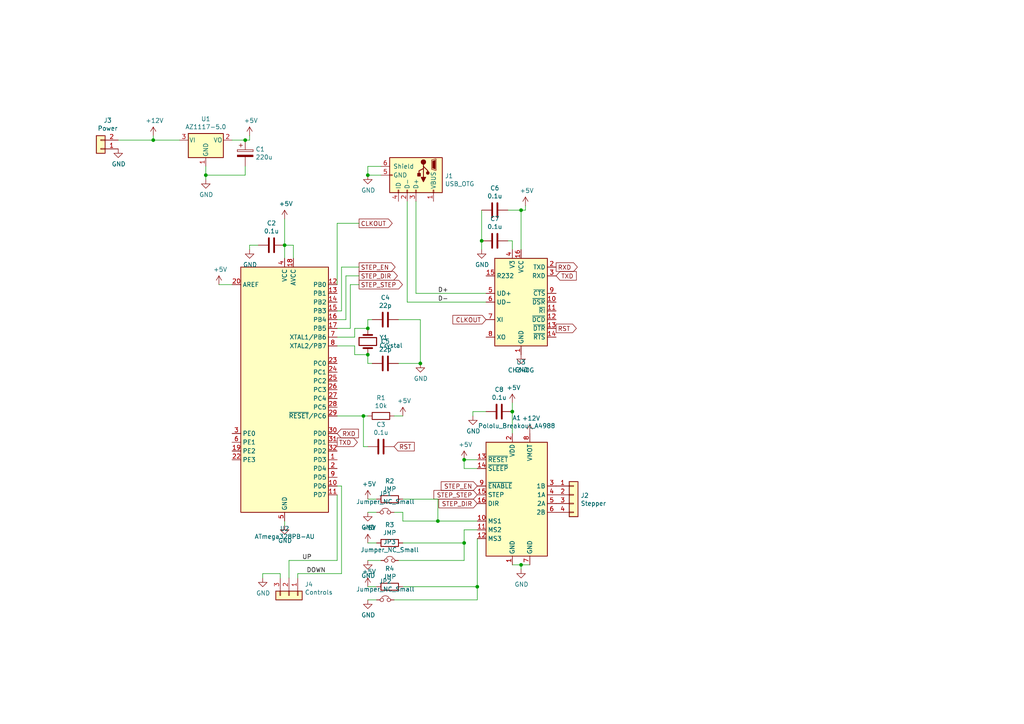
<source format=kicad_sch>
(kicad_sch (version 20230121) (generator eeschema)
  (paper "A4")
  (lib_symbols
    (symbol "Connector_Generic:Conn_01x02" (pin_names (offset 1.016) hide)
      (property "Reference" "J" (at 0 2.54 0))
      (property "Value" "Conn_01x02" (at 0 -5.08 0))
      (symbol "Conn_01x02_1_1"
        (rectangle (start -1.27 -2.413) (end 0 -2.667) (stroke (width 0.1524)))
        (rectangle (start -1.27 0.127) (end 0 -0.127) (stroke (width 0.1524)))
        (rectangle (start -1.27 1.27) (end 1.27 -3.81) (stroke (width 0.254)) (fill (type background)))
        (pin passive line (at -5.08 0 0) (length 3.81) (name "Pin_1") (number "1"))
        (pin passive line (at -5.08 -2.54 0) (length 3.81) (name "Pin_2") (number "2"))
      )
    )
    (symbol "Connector_Generic:Conn_01x03" (pin_names (offset 1.016) hide)
      (property "Reference" "J" (at 0 5.08 0))
      (property "Value" "Conn_01x03" (at 0 -5.08 0))
      (symbol "Conn_01x03_1_1"
        (rectangle (start -1.27 -2.413) (end 0 -2.667) (stroke (width 0.1524)))
        (rectangle (start -1.27 0.127) (end 0 -0.127) (stroke (width 0.1524)))
        (rectangle (start -1.27 2.667) (end 0 2.413) (stroke (width 0.1524)))
        (rectangle (start -1.27 3.81) (end 1.27 -3.81) (stroke (width 0.254)) (fill (type background)))
        (pin passive line (at -5.08 2.54 0) (length 3.81) (name "Pin_1") (number "1"))
        (pin passive line (at -5.08 0 0) (length 3.81) (name "Pin_2") (number "2"))
        (pin passive line (at -5.08 -2.54 0) (length 3.81) (name "Pin_3") (number "3"))
      )
    )
    (symbol "Connector_Generic:Conn_01x04" (pin_names (offset 1.016) hide)
      (property "Reference" "J" (at 0 5.08 0))
      (property "Value" "Conn_01x04" (at 0 -7.62 0))
      (symbol "Conn_01x04_1_1"
        (rectangle (start -1.27 -4.953) (end 0 -5.207) (stroke (width 0.1524)))
        (rectangle (start -1.27 -2.413) (end 0 -2.667) (stroke (width 0.1524)))
        (rectangle (start -1.27 0.127) (end 0 -0.127) (stroke (width 0.1524)))
        (rectangle (start -1.27 2.667) (end 0 2.413) (stroke (width 0.1524)))
        (rectangle (start -1.27 3.81) (end 1.27 -6.35) (stroke (width 0.254)) (fill (type background)))
        (pin passive line (at -5.08 2.54 0) (length 3.81) (name "Pin_1") (number "1"))
        (pin passive line (at -5.08 0 0) (length 3.81) (name "Pin_2") (number "2"))
        (pin passive line (at -5.08 -2.54 0) (length 3.81) (name "Pin_3") (number "3"))
        (pin passive line (at -5.08 -5.08 0) (length 3.81) (name "Pin_4") (number "4"))
      )
    )
    (symbol "Device:C" (pin_numbers hide) (pin_names (offset 0.254))
      (property "Reference" "C" (at 0.635 2.54 0))
      (property "Value" "C" (at 0.635 -2.54 0))
      (symbol "C_0_1"
        (polyline (pts (xy -2.032 -0.762) (xy 2.032 -0.762)) (stroke (width 0.508)))
        (polyline (pts (xy -2.032 0.762) (xy 2.032 0.762)) (stroke (width 0.508)))
      )
      (symbol "C_1_1"
        (pin passive line (at 0 3.81 270) (length 2.794) (name "~") (number "1"))
        (pin passive line (at 0 -3.81 90) (length 2.794) (name "~") (number "2"))
      )
    )
    (symbol "Device:Crystal" (pin_numbers hide) (pin_names (offset 1.016) hide)
      (property "Reference" "Y" (at 0 3.81 0))
      (property "Value" "Crystal" (at 0 -3.81 0))
      (symbol "Crystal_0_1"
        (rectangle (start -1.143 2.54) (end 1.143 -2.54) (stroke (width 0.3048)))
        (polyline (pts (xy -2.54 0) (xy -1.905 0)))
        (polyline (pts (xy -1.905 -1.27) (xy -1.905 1.27)) (stroke (width 0.508)))
        (polyline (pts (xy 1.905 -1.27) (xy 1.905 1.27)) (stroke (width 0.508)))
        (polyline (pts (xy 2.54 0) (xy 1.905 0)))
      )
      (symbol "Crystal_1_1"
        (pin passive line (at -3.81 0 0) (length 1.27) (name "1") (number "1"))
        (pin passive line (at 3.81 0 180) (length 1.27) (name "2") (number "2"))
      )
    )
    (symbol "Device:R" (pin_numbers hide) (pin_names (offset 0))
      (property "Reference" "R" (at 2.032 0 90))
      (property "Value" "R" (at 0 0 90))
      (symbol "R_0_1"
        (rectangle (start -1.016 -2.54) (end 1.016 2.54) (stroke (width 0.254)))
      )
      (symbol "R_1_1"
        (pin passive line (at 0 3.81 270) (length 1.27) (name "~") (number "1"))
        (pin passive line (at 0 -3.81 90) (length 1.27) (name "~") (number "2"))
      )
    )
    (symbol "Driver_Motor:Pololu_Breakout_A4988"
      (property "Reference" "A" (at -2.54 19.05 0))
      (property "Value" "Pololu_Breakout_A4988" (at -2.54 16.51 0))
      (symbol "Pololu_Breakout_A4988_0_1"
        (rectangle (start 10.16 -17.78) (end -7.62 15.24) (stroke (width 0.254)) (fill (type background)))
      )
      (symbol "Pololu_Breakout_A4988_1_1"
        (pin power_in line (at 0 -20.32 90) (length 2.54) (name "GND") (number "1"))
        (pin input line (at -10.16 -7.62 0) (length 2.54) (name "MS1") (number "10"))
        (pin input line (at -10.16 -10.16 0) (length 2.54) (name "MS2") (number "11"))
        (pin input line (at -10.16 -12.7 0) (length 2.54) (name "MS3") (number "12"))
        (pin input line (at -10.16 10.16 0) (length 2.54) (name "~{RESET}") (number "13"))
        (pin input line (at -10.16 7.62 0) (length 2.54) (name "~{SLEEP}") (number "14"))
        (pin input line (at -10.16 0 0) (length 2.54) (name "STEP") (number "15"))
        (pin input line (at -10.16 -2.54 0) (length 2.54) (name "DIR") (number "16"))
        (pin power_in line (at 0 17.78 270) (length 2.54) (name "VDD") (number "2"))
        (pin output line (at 12.7 2.54 180) (length 2.54) (name "1B") (number "3"))
        (pin output line (at 12.7 0 180) (length 2.54) (name "1A") (number "4"))
        (pin output line (at 12.7 -2.54 180) (length 2.54) (name "2A") (number "5"))
        (pin output line (at 12.7 -5.08 180) (length 2.54) (name "2B") (number "6"))
        (pin power_in line (at 5.08 -20.32 90) (length 2.54) (name "GND") (number "7"))
        (pin power_in line (at 5.08 17.78 270) (length 2.54) (name "VMOT") (number "8"))
        (pin input line (at -10.16 2.54 0) (length 2.54) (name "~{ENABLE}") (number "9"))
      )
    )
    (symbol "Interface_USB:CH340G"
      (property "Reference" "U" (at -5.08 13.97 0))
      (property "Value" "CH340G" (at 1.27 13.97 0))
      (symbol "CH340G_0_1"
        (rectangle (start -7.62 12.7) (end 7.62 -12.7) (stroke (width 0.254)) (fill (type background)))
      )
      (symbol "CH340G_1_1"
        (pin power_in line (at 0 -15.24 90) (length 2.54) (name "GND") (number "1"))
        (pin input line (at 10.16 0 180) (length 2.54) (name "~{DSR}") (number "10"))
        (pin input line (at 10.16 -2.54 180) (length 2.54) (name "~{RI}") (number "11"))
        (pin input line (at 10.16 -5.08 180) (length 2.54) (name "~{DCD}") (number "12"))
        (pin output line (at 10.16 -7.62 180) (length 2.54) (name "~{DTR}") (number "13"))
        (pin output line (at 10.16 -10.16 180) (length 2.54) (name "~{RTS}") (number "14"))
        (pin input line (at -10.16 7.62 0) (length 2.54) (name "R232") (number "15"))
        (pin power_in line (at 0 15.24 270) (length 2.54) (name "VCC") (number "16"))
        (pin output line (at 10.16 10.16 180) (length 2.54) (name "TXD") (number "2"))
        (pin input line (at 10.16 7.62 180) (length 2.54) (name "RXD") (number "3"))
        (pin passive line (at -2.54 15.24 270) (length 2.54) (name "V3") (number "4"))
        (pin bidirectional line (at -10.16 2.54 0) (length 2.54) (name "UD+") (number "5"))
        (pin bidirectional line (at -10.16 0 0) (length 2.54) (name "UD-") (number "6"))
        (pin input line (at -10.16 -5.08 0) (length 2.54) (name "XI") (number "7"))
        (pin output line (at -10.16 -10.16 0) (length 2.54) (name "XO") (number "8"))
        (pin input line (at 10.16 2.54 180) (length 2.54) (name "~{CTS}") (number "9"))
      )
    )
    (symbol "Regulator_Linear:AZ1117-5.0" (pin_names (offset 0.254))
      (property "Reference" "U" (at -3.81 3.175 0))
      (property "Value" "AZ1117-5.0" (at 0 3.175 0))
      (symbol "AZ1117-5.0_0_1"
        (rectangle (start -5.08 1.905) (end 5.08 -5.08) (stroke (width 0.254)) (fill (type background)))
      )
      (symbol "AZ1117-5.0_1_1"
        (pin power_in line (at 0 -7.62 90) (length 2.54) (name "GND") (number "1"))
        (pin power_out line (at 7.62 0 180) (length 2.54) (name "VO") (number "2"))
        (pin power_in line (at -7.62 0 0) (length 2.54) (name "VI") (number "3"))
      )
    )
    (symbol "power:+12V" (power) (pin_names (offset 0))
      (property "Value" "+12V" (at 0 3.556 0))
      (symbol "+12V_0_1"
        (polyline (pts (xy -0.762 1.27) (xy 0 2.54)))
        (polyline (pts (xy 0 0) (xy 0 2.54)))
        (polyline (pts (xy 0 2.54) (xy 0.762 1.27)))
      )
      (symbol "+12V_1_1"
        (pin power_in line (at 0 0 90) (length 0) hide (name "+12V") (number "1"))
      )
    )
    (symbol "power:+5V" (power) (pin_names (offset 0))
      (property "Value" "+5V" (at 0 3.556 0))
      (symbol "+5V_0_1"
        (polyline (pts (xy -0.762 1.27) (xy 0 2.54)))
        (polyline (pts (xy 0 0) (xy 0 2.54)))
        (polyline (pts (xy 0 2.54) (xy 0.762 1.27)))
      )
      (symbol "+5V_1_1"
        (pin power_in line (at 0 0 90) (length 0) hide (name "+5V") (number "1"))
      )
    )
    (symbol "power:GND" (power) (pin_names (offset 0))
      (property "Value" "GND" (at 0 -3.81 0))
      (symbol "GND_0_1"
        (polyline (pts (xy 0 0) (xy 0 -1.27) (xy 1.27 -1.27) (xy 0 -2.54) (xy -1.27 -1.27) (xy 0 -1.27)))
      )
      (symbol "GND_1_1"
        (pin power_in line (at 0 0 270) (length 0) hide (name "GND") (number "1"))
      )
    )
    (symbol "skarsta_plus-rescue:ATmega328PB-AU-MCU_Microchip_ATmega"
      (property "Reference" "U" (at -12.7 36.83 0))
      (property "Value" "MCU_Microchip_ATmega_ATmega328PB-AU" (at 2.54 -36.83 0))
      (symbol "ATmega328PB-AU-MCU_Microchip_ATmega_0_1"
        (rectangle (start -12.7 -35.56) (end 12.7 35.56) (stroke (width 0.254)) (fill (type background)))
      )
      (symbol "ATmega328PB-AU-MCU_Microchip_ATmega_1_1"
        (pin tri_state line (at 15.24 -20.32 180) (length 2.54) (name "PD3") (number "1"))
        (pin tri_state line (at 15.24 -27.94 180) (length 2.54) (name "PD6") (number "10"))
        (pin tri_state line (at 15.24 -30.48 180) (length 2.54) (name "PD7") (number "11"))
        (pin tri_state line (at 15.24 30.48 180) (length 2.54) (name "PB0") (number "12"))
        (pin tri_state line (at 15.24 27.94 180) (length 2.54) (name "PB1") (number "13"))
        (pin tri_state line (at 15.24 25.4 180) (length 2.54) (name "PB2") (number "14"))
        (pin tri_state line (at 15.24 22.86 180) (length 2.54) (name "PB3") (number "15"))
        (pin tri_state line (at 15.24 20.32 180) (length 2.54) (name "PB4") (number "16"))
        (pin tri_state line (at 15.24 17.78 180) (length 2.54) (name "PB5") (number "17"))
        (pin power_in line (at 2.54 38.1 270) (length 2.54) (name "AVCC") (number "18"))
        (pin tri_state line (at -15.24 -17.78 0) (length 2.54) (name "PE2") (number "19"))
        (pin tri_state line (at 15.24 -22.86 180) (length 2.54) (name "PD4") (number "2"))
        (pin passive line (at -15.24 30.48 0) (length 2.54) (name "AREF") (number "20"))
        (pin passive line (at 0 -38.1 90) (length 2.54) hide (name "GND") (number "21"))
        (pin tri_state line (at -15.24 -20.32 0) (length 2.54) (name "PE3") (number "22"))
        (pin tri_state line (at 15.24 7.62 180) (length 2.54) (name "PC0") (number "23"))
        (pin tri_state line (at 15.24 5.08 180) (length 2.54) (name "PC1") (number "24"))
        (pin tri_state line (at 15.24 2.54 180) (length 2.54) (name "PC2") (number "25"))
        (pin tri_state line (at 15.24 0 180) (length 2.54) (name "PC3") (number "26"))
        (pin tri_state line (at 15.24 -2.54 180) (length 2.54) (name "PC4") (number "27"))
        (pin tri_state line (at 15.24 -5.08 180) (length 2.54) (name "PC5") (number "28"))
        (pin tri_state line (at 15.24 -7.62 180) (length 2.54) (name "~{RESET}/PC6") (number "29"))
        (pin tri_state line (at -15.24 -12.7 0) (length 2.54) (name "PE0") (number "3"))
        (pin tri_state line (at 15.24 -12.7 180) (length 2.54) (name "PD0") (number "30"))
        (pin tri_state line (at 15.24 -15.24 180) (length 2.54) (name "PD1") (number "31"))
        (pin tri_state line (at 15.24 -17.78 180) (length 2.54) (name "PD2") (number "32"))
        (pin power_in line (at 0 38.1 270) (length 2.54) (name "VCC") (number "4"))
        (pin power_in line (at 0 -38.1 90) (length 2.54) (name "GND") (number "5"))
        (pin tri_state line (at -15.24 -15.24 0) (length 2.54) (name "PE1") (number "6"))
        (pin tri_state line (at 15.24 15.24 180) (length 2.54) (name "XTAL1/PB6") (number "7"))
        (pin tri_state line (at 15.24 12.7 180) (length 2.54) (name "XTAL2/PB7") (number "8"))
        (pin tri_state line (at 15.24 -25.4 180) (length 2.54) (name "PD5") (number "9"))
      )
    )
    (symbol "skarsta_plus-rescue:CP-Device" (pin_numbers hide) (pin_names (offset 0.254))
      (property "Reference" "C" (at 0.635 2.54 0))
      (property "Value" "Device_CP" (at 0.635 -2.54 0))
      (symbol "CP-Device_0_1"
        (rectangle (start -2.286 0.508) (end -2.286 1.016))
        (rectangle (start -2.286 0.508) (end 2.286 0.508))
        (polyline (pts (xy -1.778 2.286) (xy -0.762 2.286)))
        (polyline (pts (xy -1.27 2.794) (xy -1.27 1.778)))
        (rectangle (start 2.286 -0.508) (end -2.286 -1.016) (fill (type outline)))
        (rectangle (start 2.286 1.016) (end -2.286 1.016))
        (rectangle (start 2.286 1.016) (end 2.286 0.508))
      )
      (symbol "CP-Device_1_1"
        (pin passive line (at 0 3.81 270) (length 2.794) (name "~") (number "1"))
        (pin passive line (at 0 -3.81 90) (length 2.794) (name "~") (number "2"))
      )
    )
    (symbol "skarsta_plus-rescue:Jumper_NC_Small-Device" (pin_numbers hide) (pin_names (offset 0.762) hide)
      (property "Reference" "JP" (at 0 2.032 0))
      (property "Value" "Device_Jumper_NC_Small" (at 0.254 -1.524 0))
      (symbol "Jumper_NC_Small-Device_0_1"
        (circle (center -1.016 0) (radius 0.508))
        (circle (center 1.016 0) (radius 0.508))
        (arc (start 1.016 0.762) (mid 0 1.1828) (end -1.016 0.762))
        (pin passive line (at -2.54 0 0) (length 1.016) (name "1") (number "1"))
        (pin passive line (at 2.54 0 180) (length 1.016) (name "2") (number "2"))
      )
    )
    (symbol "skarsta_plus-rescue:USB_OTG-Connector" (pin_names (offset 1.016))
      (property "Reference" "J" (at -5.08 11.43 0))
      (property "Value" "Connector_USB_OTG" (at -5.08 8.89 0))
      (symbol "USB_OTG-Connector_0_1"
        (rectangle (start -5.08 -7.62) (end 5.08 7.62) (stroke (width 0.254)) (fill (type background)))
        (circle (center -3.81 2.159) (radius 0.635) (stroke (width 0.254)) (fill (type outline)))
        (circle (center -0.635 3.429) (radius 0.381) (stroke (width 0.254)) (fill (type outline)))
        (rectangle (start -0.127 -7.62) (end 0.127 -6.858))
        (polyline (pts (xy -1.905 2.159) (xy 0.635 2.159)) (stroke (width 0.254)))
        (polyline (pts (xy -3.175 2.159) (xy -2.54 2.159) (xy -1.27 3.429) (xy -0.635 3.429)) (stroke (width 0.254)))
        (polyline (pts (xy -2.54 2.159) (xy -1.905 2.159) (xy -1.27 0.889) (xy 0 0.889)) (stroke (width 0.254)))
        (polyline (pts (xy 0.635 2.794) (xy 0.635 1.524) (xy 1.905 2.159) (xy 0.635 2.794)) (stroke (width 0.254)) (fill (type outline)))
        (polyline (pts (xy -4.318 5.588) (xy -1.778 5.588) (xy -2.032 4.826) (xy -4.064 4.826) (xy -4.318 5.588)) (fill (type outline)))
        (polyline (pts (xy -4.699 5.842) (xy -4.699 5.588) (xy -4.445 4.826) (xy -4.445 4.572) (xy -1.651 4.572) (xy -1.651 4.826) (xy -1.397 5.588) (xy -1.397 5.842) (xy -4.699 5.842)))
        (rectangle (start 0.254 1.27) (end -0.508 0.508) (stroke (width 0.254)) (fill (type outline)))
        (rectangle (start 5.08 -5.207) (end 4.318 -4.953))
        (rectangle (start 5.08 -2.667) (end 4.318 -2.413))
        (rectangle (start 5.08 -0.127) (end 4.318 0.127))
        (rectangle (start 5.08 4.953) (end 4.318 5.207))
      )
      (symbol "USB_OTG-Connector_1_1"
        (pin power_in line (at 7.62 5.08 180) (length 2.54) (name "VBUS") (number "1"))
        (pin passive line (at 7.62 -2.54 180) (length 2.54) (name "D-") (number "2"))
        (pin passive line (at 7.62 0 180) (length 2.54) (name "D+") (number "3"))
        (pin passive line (at 7.62 -5.08 180) (length 2.54) (name "ID") (number "4"))
        (pin power_in line (at 0 -10.16 90) (length 2.54) (name "GND") (number "5"))
        (pin passive line (at -2.54 -10.16 90) (length 2.54) (name "Shield") (number "6"))
      )
    )
  )
  (junction (at 106.68 50.8))
  (junction (at 44.45 40.64))
  (junction (at 127 151.13))
  (junction (at 134.62 133.35))
  (junction (at 121.92 105.41))
  (junction (at 106.68 102.87))
  (junction (at 105.41 120.65))
  (junction (at 59.69 50.8))
  (junction (at 106.68 95.25))
  (junction (at 138.43 170.18))
  (junction (at 82.55 71.12))
  (junction (at 151.13 60.96))
  (junction (at 71.12 40.64))
  (junction (at 139.7 69.85))
  (junction (at 148.59 119.38))
  (junction (at 151.13 163.83))
  (junction (at 134.62 157.48))
  (wire (pts (xy 140.97 87.63) (xy 118.11 87.63)))
  (wire (pts (xy 138.43 135.89) (xy 134.62 135.89)))
  (wire (pts (xy 97.79 143.51) (xy 97.79 162.56)))
  (wire (pts (xy 44.45 40.64) (xy 52.07 40.64)))
  (wire (pts (xy 134.62 135.89) (xy 134.62 133.35)))
  (wire (pts (xy 102.87 102.87) (xy 106.68 102.87)))
  (wire (pts (xy 153.67 163.83) (xy 151.13 163.83)))
  (wire (pts (xy 97.79 140.97) (xy 99.06 140.97)))
  (wire (pts (xy 151.13 163.83) (xy 151.13 165.1)))
  (wire (pts (xy 97.79 100.33) (xy 102.87 100.33)))
  (wire (pts (xy 106.68 129.54) (xy 105.41 129.54)))
  (wire (pts (xy 97.79 120.65) (xy 105.41 120.65)))
  (wire (pts (xy 97.79 97.79) (xy 102.87 97.79)))
  (wire (pts (xy 82.55 71.12) (xy 85.09 71.12)))
  (wire (pts (xy 59.69 50.8) (xy 59.69 52.07)))
  (wire (pts (xy 67.31 82.55) (xy 63.5 82.55)))
  (wire (pts (xy 152.4 59.69) (xy 152.4 60.96)))
  (wire (pts (xy 76.2 167.64) (xy 76.2 166.37)))
  (wire (pts (xy 76.2 166.37) (xy 81.28 166.37)))
  (wire (pts (xy 71.12 40.64) (xy 67.31 40.64)))
  (wire (pts (xy 85.09 71.12) (xy 85.09 74.93)))
  (wire (pts (xy 97.79 95.25) (xy 101.6 95.25)))
  (wire (pts (xy 105.41 129.54) (xy 105.41 120.65)))
  (wire (pts (xy 106.68 48.26) (xy 106.68 50.8)))
  (wire (pts (xy 101.6 82.55) (xy 104.14 82.55)))
  (wire (pts (xy 97.79 92.71) (xy 100.33 92.71)))
  (wire (pts (xy 116.84 157.48) (xy 134.62 157.48)))
  (wire (pts (xy 97.79 90.17) (xy 99.06 90.17)))
  (wire (pts (xy 138.43 173.99) (xy 138.43 170.18)))
  (wire (pts (xy 109.22 157.48) (xy 106.68 157.48)))
  (wire (pts (xy 102.87 95.25) (xy 106.68 95.25)))
  (wire (pts (xy 72.39 40.64) (xy 71.12 40.64)))
  (wire (pts (xy 127 144.78) (xy 127 151.13)))
  (wire (pts (xy 82.55 71.12) (xy 82.55 63.5)))
  (wire (pts (xy 86.36 166.37) (xy 86.36 167.64)))
  (wire (pts (xy 114.3 173.99) (xy 138.43 173.99)))
  (wire (pts (xy 110.49 48.26) (xy 106.68 48.26)))
  (wire (pts (xy 72.39 72.39) (xy 72.39 71.12)))
  (wire (pts (xy 147.32 69.85) (xy 148.59 69.85)))
  (wire (pts (xy 116.84 151.13) (xy 127 151.13)))
  (wire (pts (xy 81.28 166.37) (xy 81.28 167.64)))
  (wire (pts (xy 116.84 148.59) (xy 116.84 151.13)))
  (wire (pts (xy 139.7 69.85) (xy 139.7 72.39)))
  (wire (pts (xy 138.43 170.18) (xy 138.43 156.21)))
  (wire (pts (xy 100.33 92.71) (xy 100.33 80.01)))
  (wire (pts (xy 134.62 162.56) (xy 134.62 157.48)))
  (wire (pts (xy 148.59 163.83) (xy 151.13 163.83)))
  (wire (pts (xy 109.22 144.78) (xy 106.68 144.78)))
  (wire (pts (xy 105.41 120.65) (xy 106.68 120.65)))
  (wire (pts (xy 118.11 87.63) (xy 118.11 58.42)))
  (wire (pts (xy 71.12 48.26) (xy 71.12 50.8)))
  (wire (pts (xy 72.39 39.37) (xy 72.39 40.64)))
  (wire (pts (xy 152.4 60.96) (xy 151.13 60.96)))
  (wire (pts (xy 134.62 153.67) (xy 138.43 153.67)))
  (wire (pts (xy 137.16 119.38) (xy 137.16 120.65)))
  (wire (pts (xy 110.49 162.56) (xy 106.68 162.56)))
  (wire (pts (xy 72.39 71.12) (xy 74.93 71.12)))
  (wire (pts (xy 109.22 173.99) (xy 106.68 173.99)))
  (wire (pts (xy 148.59 125.73) (xy 148.59 119.38)))
  (wire (pts (xy 115.57 162.56) (xy 134.62 162.56)))
  (wire (pts (xy 102.87 100.33) (xy 102.87 102.87)))
  (wire (pts (xy 114.3 148.59) (xy 116.84 148.59)))
  (wire (pts (xy 115.57 105.41) (xy 121.92 105.41)))
  (wire (pts (xy 140.97 85.09) (xy 120.65 85.09)))
  (wire (pts (xy 44.45 39.37) (xy 44.45 40.64)))
  (wire (pts (xy 100.33 80.01) (xy 104.14 80.01)))
  (wire (pts (xy 106.68 102.87) (xy 106.68 105.41)))
  (wire (pts (xy 110.49 50.8) (xy 106.68 50.8)))
  (wire (pts (xy 97.79 64.77) (xy 97.79 82.55)))
  (wire (pts (xy 99.06 166.37) (xy 86.36 166.37)))
  (wire (pts (xy 127 151.13) (xy 138.43 151.13)))
  (wire (pts (xy 82.55 74.93) (xy 82.55 71.12)))
  (wire (pts (xy 106.68 105.41) (xy 107.95 105.41)))
  (wire (pts (xy 121.92 92.71) (xy 121.92 105.41)))
  (wire (pts (xy 116.84 170.18) (xy 138.43 170.18)))
  (wire (pts (xy 148.59 119.38) (xy 148.59 116.84)))
  (wire (pts (xy 140.97 119.38) (xy 137.16 119.38)))
  (wire (pts (xy 120.65 85.09) (xy 120.65 58.42)))
  (wire (pts (xy 99.06 140.97) (xy 99.06 166.37)))
  (wire (pts (xy 59.69 48.26) (xy 59.69 50.8)))
  (wire (pts (xy 102.87 97.79) (xy 102.87 95.25)))
  (wire (pts (xy 138.43 133.35) (xy 134.62 133.35)))
  (wire (pts (xy 109.22 148.59) (xy 106.68 148.59)))
  (wire (pts (xy 97.79 162.56) (xy 83.82 162.56)))
  (wire (pts (xy 134.62 157.48) (xy 134.62 153.67)))
  (wire (pts (xy 114.3 120.65) (xy 116.84 120.65)))
  (wire (pts (xy 104.14 64.77) (xy 97.79 64.77)))
  (wire (pts (xy 99.06 90.17) (xy 99.06 77.47)))
  (wire (pts (xy 139.7 60.96) (xy 139.7 69.85)))
  (wire (pts (xy 83.82 162.56) (xy 83.82 167.64)))
  (wire (pts (xy 106.68 95.25) (xy 106.68 92.71)))
  (wire (pts (xy 82.55 152.4) (xy 82.55 151.13)))
  (wire (pts (xy 109.22 170.18) (xy 106.68 170.18)))
  (wire (pts (xy 101.6 95.25) (xy 101.6 82.55)))
  (wire (pts (xy 99.06 77.47) (xy 104.14 77.47)))
  (wire (pts (xy 148.59 69.85) (xy 148.59 72.39)))
  (wire (pts (xy 115.57 92.71) (xy 121.92 92.71)))
  (wire (pts (xy 151.13 60.96) (xy 147.32 60.96)))
  (wire (pts (xy 106.68 92.71) (xy 107.95 92.71)))
  (wire (pts (xy 116.84 144.78) (xy 127 144.78)))
  (wire (pts (xy 34.29 40.64) (xy 44.45 40.64)))
  (wire (pts (xy 71.12 50.8) (xy 59.69 50.8)))
  (wire (pts (xy 151.13 72.39) (xy 151.13 60.96)))
  (label "D+" (at 127 85.09 0))
  (label "DOWN" (at 88.9 166.37 0))
  (label "UP" (at 87.63 162.56 0))
  (label "D-" (at 127 87.63 0))
  (global_label "CLKOUT" (shape output) (at 104.14 64.77 0) (property "Intersheetrefs" "${INTERSHEET_REFS}" (effects hide)))
  (global_label "RST" (shape output) (at 161.29 95.25 0) (property "Intersheetrefs" "${INTERSHEET_REFS}" (effects hide)))
  (global_label "CLKOUT" (shape input) (at 140.97 92.71 180) (property "Intersheetrefs" "${INTERSHEET_REFS}" (effects hide)))
  (global_label "RXD" (shape output) (at 161.29 77.47 0) (property "Intersheetrefs" "${INTERSHEET_REFS}" (effects hide)))
  (global_label "STEP_STEP" (shape output) (at 104.14 82.55 0) (property "Intersheetrefs" "${INTERSHEET_REFS}" (effects hide)))
  (global_label "STEP_EN" (shape output) (at 104.14 77.47 0) (property "Intersheetrefs" "${INTERSHEET_REFS}" (effects hide)))
  (global_label "STEP_DIR" (shape input) (at 138.43 146.05 180) (property "Intersheetrefs" "${INTERSHEET_REFS}" (effects hide)))
  (global_label "RST" (shape input) (at 114.3 129.54 0) (property "Intersheetrefs" "${INTERSHEET_REFS}" (effects hide)))
  (global_label "STEP_EN" (shape input) (at 138.43 140.97 180) (property "Intersheetrefs" "${INTERSHEET_REFS}" (effects hide)))
  (global_label "STEP_STEP" (shape input) (at 138.43 143.51 180) (property "Intersheetrefs" "${INTERSHEET_REFS}" (effects hide)))
  (global_label "TXD" (shape output) (at 97.79 128.27 0) (property "Intersheetrefs" "${INTERSHEET_REFS}" (effects hide)))
  (global_label "RXD" (shape input) (at 97.79 125.73 0) (property "Intersheetrefs" "${INTERSHEET_REFS}" (effects hide)))
  (global_label "STEP_DIR" (shape output) (at 104.14 80.01 0) (property "Intersheetrefs" "${INTERSHEET_REFS}" (effects hide)))
  (global_label "TXD" (shape input) (at 161.29 80.01 0) (property "Intersheetrefs" "${INTERSHEET_REFS}" (effects hide)))
  (symbol (lib_id "Driver_Motor:Pololu_Breakout_A4988") (at 148.59 143.51 0) (unit 1)
    (property "Reference" "A1" (at 149.86 121.2088 0))
    (property "Value" "Pololu_Breakout_A4988" (at 149.86 123.5202 0))
    (property "Footprint" "coddingtonbear:Pololu_Stepper_Breakout" (effects hide))
    (property "Datasheet" "https://www.pololu.com/product/2980/pictures" (effects hide))
  )
  (symbol (lib_id "skarsta_plus-rescue:ATmega328PB-AU-MCU_Microchip_ATmega") (at 82.55 113.03 0) (unit 1)
    (property "Reference" "U2" (at 82.55 153.3144 0))
    (property "Value" "ATmega328PB-AU" (at 82.55 155.6258 0))
    (property "Footprint" "Package_QFP:TQFP-32_7x7mm_P0.8mm" (effects hide))
    (property "Datasheet" "http://ww1.microchip.com/downloads/en/DeviceDoc/40001906C.pdf" (effects hide))
  )
  (symbol (lib_id "Interface_USB:CH340G") (at 151.13 87.63 0) (unit 1)
    (property "Reference" "U3" (at 151.13 105.0544 0))
    (property "Value" "CH340G" (at 151.13 107.3658 0))
    (property "Footprint" "Package_SO:SOIC-16_3.9x9.9mm_P1.27mm" (effects hide))
    (property "Datasheet" "http://www.datasheet5.com/pdf-local-2195953" (effects hide))
  )
  (symbol (lib_id "Regulator_Linear:AZ1117-5.0") (at 59.69 40.64 0) (unit 1)
    (property "Reference" "U1" (at 59.69 34.4932 0))
    (property "Value" "AZ1117-5.0" (at 59.69 36.8046 0))
    (property "Footprint" "Package_TO_SOT_SMD:SOT-223-3_TabPin2" (effects hide))
    (property "Datasheet" "https://www.diodes.com/assets/Datasheets/AZ1117.pdf" (effects hide))
  )
  (symbol (lib_id "power:+12V") (at 44.45 39.37 0) (unit 1)
    (property "Reference" "#PWR0101" (effects hide))
    (property "Value" "+12V" (at 44.831 34.9758 0))
  )
  (symbol (lib_id "power:+5V") (at 72.39 39.37 0) (unit 1)
    (property "Reference" "#PWR0102" (effects hide))
    (property "Value" "+5V" (at 72.771 34.9758 0))
  )
  (symbol (lib_id "power:GND") (at 59.69 52.07 0) (unit 1)
    (property "Reference" "#PWR0103" (effects hide))
    (property "Value" "GND" (at 59.817 56.4642 0))
  )
  (symbol (lib_id "skarsta_plus-rescue:CP-Device") (at 71.12 44.45 0) (unit 1)
    (property "Reference" "C1" (at 74.1172 43.2816 0) (effects (justify left)))
    (property "Value" "220u" (at 74.1172 45.593 0) (effects (justify left)))
    (property "Footprint" "Capacitor_SMD:CP_Elec_10x10.5" (effects hide))
  )
  (symbol (lib_id "power:GND") (at 82.55 152.4 0) (unit 1)
    (property "Reference" "#PWR0104" (effects hide))
    (property "Value" "GND" (at 82.677 156.7942 0))
  )
  (symbol (lib_id "Device:C") (at 78.74 71.12 270) (unit 1)
    (property "Reference" "C2" (at 78.74 64.7192 90))
    (property "Value" "0.1u" (at 78.74 67.0306 90))
    (property "Footprint" "coddingtonbear:0805_Milling" (effects hide))
  )
  (symbol (lib_id "power:GND") (at 72.39 72.39 0) (unit 1)
    (property "Reference" "#PWR0105" (effects hide))
    (property "Value" "GND" (at 72.517 76.7842 0))
  )
  (symbol (lib_id "power:+5V") (at 82.55 63.5 0) (unit 1)
    (property "Reference" "#PWR0106" (effects hide))
    (property "Value" "+5V" (at 82.931 59.1058 0))
  )
  (symbol (lib_id "power:+5V") (at 63.5 82.55 0) (unit 1)
    (property "Reference" "#PWR0107" (effects hide))
    (property "Value" "+5V" (at 63.881 78.1558 0))
  )
  (symbol (lib_id "power:GND") (at 139.7 72.39 0) (unit 1)
    (property "Reference" "#PWR0108" (effects hide))
    (property "Value" "GND" (at 139.827 76.7842 0))
  )
  (symbol (lib_id "Device:C") (at 143.51 69.85 270) (unit 1)
    (property "Reference" "C7" (at 143.51 63.4492 90))
    (property "Value" "0.1u" (at 143.51 65.7606 90))
    (property "Footprint" "coddingtonbear:0805_Milling" (effects hide))
  )
  (symbol (lib_id "power:+5V") (at 152.4 59.69 0) (unit 1)
    (property "Reference" "#PWR0109" (effects hide))
    (property "Value" "+5V" (at 152.781 55.2958 0))
  )
  (symbol (lib_id "Device:C") (at 143.51 60.96 270) (unit 1)
    (property "Reference" "C6" (at 143.51 54.5592 90))
    (property "Value" "0.1u" (at 143.51 56.8706 90))
    (property "Footprint" "coddingtonbear:0805_Milling" (effects hide))
  )
  (symbol (lib_id "Device:Crystal") (at 106.68 99.06 270) (unit 1)
    (property "Reference" "Y1" (at 110.0074 97.8916 90) (effects (justify left)))
    (property "Value" "Crystal" (at 110.0074 100.203 90) (effects (justify left)))
    (property "Footprint" "Crystal:Crystal_HC49-U_Vertical" (effects hide))
  )
  (symbol (lib_id "Device:C") (at 111.76 92.71 270) (unit 1)
    (property "Reference" "C4" (at 111.76 86.3092 90))
    (property "Value" "22p" (at 111.76 88.6206 90))
    (property "Footprint" "coddingtonbear:0805_Milling" (effects hide))
  )
  (symbol (lib_id "Device:C") (at 111.76 105.41 270) (unit 1)
    (property "Reference" "C5" (at 111.76 99.0092 90))
    (property "Value" "22p" (at 111.76 101.3206 90))
    (property "Footprint" "coddingtonbear:0805_Milling" (effects hide))
  )
  (symbol (lib_id "power:GND") (at 121.92 105.41 0) (unit 1)
    (property "Reference" "#PWR0110" (effects hide))
    (property "Value" "GND" (at 122.047 109.8042 0))
  )
  (symbol (lib_id "Device:R") (at 110.49 120.65 270) (unit 1)
    (property "Reference" "R1" (at 110.49 115.3922 90))
    (property "Value" "10k" (at 110.49 117.7036 90))
    (property "Footprint" "coddingtonbear:0805_Milling" (effects hide))
  )
  (symbol (lib_id "power:+5V") (at 116.84 120.65 0) (unit 1)
    (property "Reference" "#PWR0111" (effects hide))
    (property "Value" "+5V" (at 117.221 116.2558 0))
  )
  (symbol (lib_id "Device:C") (at 110.49 129.54 270) (unit 1)
    (property "Reference" "C3" (at 110.49 123.1392 90))
    (property "Value" "0.1u" (at 110.49 125.4506 90))
    (property "Footprint" "coddingtonbear:0805_Milling" (effects hide))
  )
  (symbol (lib_id "power:GND") (at 151.13 102.87 0) (unit 1)
    (property "Reference" "#PWR0112" (effects hide))
    (property "Value" "GND" (at 151.257 107.2642 0))
  )
  (symbol (lib_id "Device:C") (at 144.78 119.38 270) (unit 1)
    (property "Reference" "C8" (at 144.78 112.9792 90))
    (property "Value" "0.1u" (at 144.78 115.2906 90))
    (property "Footprint" "coddingtonbear:0805_Milling" (effects hide))
  )
  (symbol (lib_id "power:+5V") (at 148.59 116.84 0) (unit 1)
    (property "Reference" "#PWR0113" (effects hide))
    (property "Value" "+5V" (at 148.971 112.4458 0))
  )
  (symbol (lib_id "power:+12V") (at 153.67 125.73 0) (unit 1)
    (property "Reference" "#PWR0114" (effects hide))
    (property "Value" "+12V" (at 154.051 121.3358 0))
  )
  (symbol (lib_id "power:GND") (at 137.16 120.65 0) (unit 1)
    (property "Reference" "#PWR0115" (effects hide))
    (property "Value" "GND" (at 137.287 125.0442 0))
  )
  (symbol (lib_id "Connector_Generic:Conn_01x04") (at 166.37 143.51 0) (unit 1)
    (property "Reference" "J2" (at 168.402 143.7132 0) (effects (justify left)))
    (property "Value" "Stepper" (at 168.402 146.0246 0) (effects (justify left)))
    (property "Footprint" "coddingtonbear:JST_XH_B04B-XH-A_04x2.50mm_Straight_LargePads" (effects hide))
  )
  (symbol (lib_id "power:GND") (at 151.13 165.1 0) (unit 1)
    (property "Reference" "#PWR0116" (effects hide))
    (property "Value" "GND" (at 151.257 169.4942 0))
  )
  (symbol (lib_id "Device:R") (at 113.03 144.78 270) (unit 1)
    (property "Reference" "R2" (at 113.03 139.5222 90))
    (property "Value" "JMP" (at 113.03 141.8336 90))
    (property "Footprint" "Jumper:SolderJumper-2_P1.3mm_Open_RoundedPad1.0x1.5mm" (effects hide))
  )
  (symbol (lib_id "Device:R") (at 113.03 157.48 270) (unit 1)
    (property "Reference" "R3" (at 113.03 152.2222 90))
    (property "Value" "JMP" (at 113.03 154.5336 90))
    (property "Footprint" "Jumper:SolderJumper-2_P1.3mm_Open_RoundedPad1.0x1.5mm" (effects hide))
  )
  (symbol (lib_id "Device:R") (at 113.03 170.18 270) (unit 1)
    (property "Reference" "R4" (at 113.03 164.9222 90))
    (property "Value" "JMP" (at 113.03 167.2336 90))
    (property "Footprint" "Jumper:SolderJumper-2_P1.3mm_Open_RoundedPad1.0x1.5mm" (effects hide))
  )
  (symbol (lib_id "power:+5V") (at 106.68 144.78 0) (unit 1)
    (property "Reference" "#PWR0117" (effects hide))
    (property "Value" "+5V" (at 107.061 140.3858 0))
  )
  (symbol (lib_id "power:+5V") (at 106.68 157.48 0) (unit 1)
    (property "Reference" "#PWR0118" (effects hide))
    (property "Value" "+5V" (at 107.061 153.0858 0))
  )
  (symbol (lib_id "power:+5V") (at 106.68 170.18 0) (unit 1)
    (property "Reference" "#PWR0119" (effects hide))
    (property "Value" "+5V" (at 107.061 165.7858 0))
  )
  (symbol (lib_id "skarsta_plus-rescue:Jumper_NC_Small-Device") (at 113.03 162.56 0) (unit 1)
    (property "Reference" "JP3" (at 113.03 157.1752 0))
    (property "Value" "Jumper_NC_Small" (at 113.03 159.4866 0))
    (property "Footprint" "Jumper:SolderJumper-2_P1.3mm_Bridged_RoundedPad1.0x1.5mm" (effects hide))
  )
  (symbol (lib_id "skarsta_plus-rescue:Jumper_NC_Small-Device") (at 111.76 148.59 0) (unit 1)
    (property "Reference" "JP1" (at 111.76 143.2052 0))
    (property "Value" "Jumper_NC_Small" (at 111.76 145.5166 0))
    (property "Footprint" "Jumper:SolderJumper-2_P1.3mm_Bridged_RoundedPad1.0x1.5mm" (effects hide))
  )
  (symbol (lib_id "skarsta_plus-rescue:Jumper_NC_Small-Device") (at 111.76 173.99 0) (unit 1)
    (property "Reference" "JP2" (at 111.76 168.6052 0))
    (property "Value" "Jumper_NC_Small" (at 111.76 170.9166 0))
    (property "Footprint" "Jumper:SolderJumper-2_P1.3mm_Bridged_RoundedPad1.0x1.5mm" (effects hide))
  )
  (symbol (lib_id "power:GND") (at 106.68 162.56 0) (unit 1)
    (property "Reference" "#PWR0120" (effects hide))
    (property "Value" "GND" (at 106.807 166.9542 0))
  )
  (symbol (lib_id "power:GND") (at 106.68 173.99 0) (unit 1)
    (property "Reference" "#PWR0121" (effects hide))
    (property "Value" "GND" (at 106.807 178.3842 0))
  )
  (symbol (lib_id "power:GND") (at 106.68 148.59 0) (unit 1)
    (property "Reference" "#PWR0122" (effects hide))
    (property "Value" "GND" (at 106.807 152.9842 0))
  )
  (symbol (lib_id "skarsta_plus-rescue:USB_OTG-Connector") (at 120.65 50.8 270) (unit 1)
    (property "Reference" "J1" (at 129.032 51.0286 90) (effects (justify left)))
    (property "Value" "USB_OTG" (at 129.032 53.34 90) (effects (justify left)))
    (property "Footprint" "coddingtonbear:UJ2-MIBH-4-SMT" (effects hide))
    (property "Datasheet" " ~" (effects hide))
  )
  (symbol (lib_id "power:GND") (at 106.68 50.8 0) (unit 1)
    (property "Reference" "#PWR0123" (effects hide))
    (property "Value" "GND" (at 106.807 55.1942 0))
  )
  (symbol (lib_id "Connector_Generic:Conn_01x02") (at 29.21 43.18 180) (unit 1)
    (property "Reference" "J3" (at 31.242 34.925 0))
    (property "Value" "Power" (at 31.242 37.2364 0))
    (property "Footprint" "coddingtonbear:JST_XH_B02B-XH-A_02x2.50mm_Straight_LargePads" (effects hide))
  )
  (symbol (lib_id "power:GND") (at 34.29 43.18 0) (unit 1)
    (property "Reference" "#PWR0124" (effects hide))
    (property "Value" "GND" (at 34.417 47.5742 0))
  )
  (symbol (lib_id "power:+5V") (at 134.62 133.35 0) (unit 1)
    (property "Reference" "#PWR0125" (effects hide))
    (property "Value" "+5V" (at 135.001 128.9558 0))
  )
  (symbol (lib_id "Connector_Generic:Conn_01x03") (at 83.82 172.72 270) (unit 1)
    (property "Reference" "J4" (at 88.392 169.4942 90) (effects (justify left)))
    (property "Value" "Controls" (at 88.392 171.8056 90) (effects (justify left)))
    (property "Footprint" "coddingtonbear:JST_XH_B03B-XH-A_03x2.50mm_Straight_LargePads" (effects hide))
  )
  (symbol (lib_id "power:GND") (at 76.2 167.64 0) (unit 1)
    (property "Reference" "#PWR0126" (effects hide))
    (property "Value" "GND" (at 76.327 172.0342 0))
  )
)
</source>
